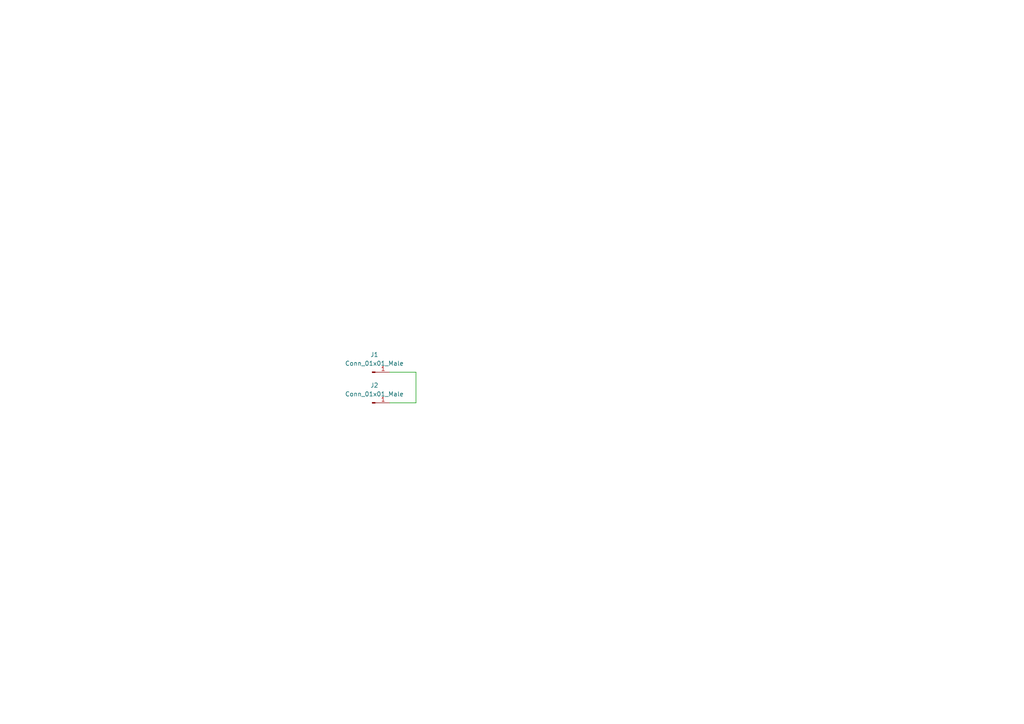
<source format=kicad_sch>
(kicad_sch (version 20211123) (generator eeschema)
  (paper "A4")
  (lib_symbols
    (symbol "Connector:Conn_01x01_Male" (pin_names (offset 1.016) hide)
      (property "Reference" "J" (at 0 2.54 0))
      (property "Value" "Conn_01x01_Male" (at 0 -2.54 0))
      (symbol "Conn_01x01_Male_1_1"
        (polyline (pts (xy 1.27 0) (xy 0.8636 0)) (stroke (width 0.1524)))
        (rectangle (start 0.8636 0.127) (end 0 -0.127) (stroke (width 0.1524)) (fill (type outline)))
        (pin passive line (at 5.08 0 180) (length 3.81) (name "Pin_1") (number "1"))
      )
    )
  )
  (wire (pts (xy 113.03 107.95) (xy 120.65 107.95)))
  (wire (pts (xy 120.65 107.95) (xy 120.65 116.84)))
  (wire (pts (xy 120.65 116.84) (xy 113.03 116.84)))
  (symbol (lib_id "Connector:Conn_01x01_Male") (at 107.95 116.84 0) (unit 1)
    (property "Reference" "J2" (at 108.585 111.76 0))
    (property "Value" "Conn_01x01_Male" (at 108.585 114.3 0))
    (property "Footprint" "Connector_PinHeader_2.54mm:PinHeader_1x01_P2.54mm_Vertical" (effects hide))
  )
  (symbol (lib_id "Connector:Conn_01x01_Male") (at 107.95 107.95 0) (unit 1)
    (property "Reference" "J1" (at 108.585 102.87 0))
    (property "Value" "Conn_01x01_Male" (at 108.585 105.41 0))
    (property "Footprint" "Connector_PinHeader_2.54mm:PinHeader_1x01_P2.54mm_Vertical" (effects hide))
  )
)
</source>
